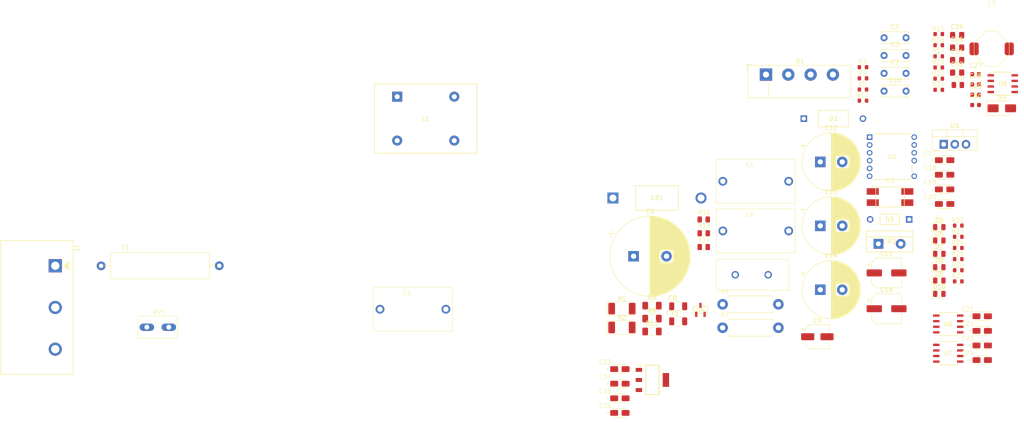
<source format=kicad_pcb>
(kicad_pcb (version 20240108) (generator "pcbnew") (generator_version "8.0")
  (layers (0 "F.Cu" signal) (31 "B.Cu" signal) (34 "B.Paste" user) (35 "F.Paste" user) (36 "B.SilkS" user "B.Silkscreen") (37 "F.SilkS" user "F.Silkscreen") (38 "B.Mask" user) (39 "F.Mask" user) (44 "Edge.Cuts" user))
  (net 0 "")
  (net 1 "Net-(C1-Pad1)")
  (net 2 "Net-(C1-Pad2)")
  (net 3 "GND1")
  (net 4 "Net-(D1-+)")
  (net 5 "Net-(C3-Pad1)")
  (net 6 "Net-(U1-F)")
  (net 7 "Net-(U1-C)")
  (net 8 "GND2")
  (net 9 "Net-(D2-K)")
  (net 10 "Net-(U3-K)")
  (net 11 "Net-(D4-K)")
  (net 12 "Net-(D5-K)")
  (net 13 "Net-(D2-A)")
  (net 14 "Net-(D6-K)")
  (net 15 "+9_1V")
  (net 16 "-9_1V")
  (net 17 "-9_2V")
  (net 18 "Net-(D9-K)")
  (net 19 "Net-(CR1-K)")
  (net 20 "Net-(CR1-A)")
  (net 21 "Net-(D1--)")
  (net 22 "Net-(U2-OUT1A)")
  (net 23 "Net-(D10-K)")
  (net 24 "Net-(F1-Pad1)")
  (net 25 "Net-(U1-X)")
  (net 26 "Net-(R4-Pad1)")
  (net 27 "Net-(U1-V)")
  (net 28 "Net-(C9-Pad1)")
  (net 29 "Net-(U4-A)")
  (net 30 "Net-(C10-Pad1)")
  (net 31 "Net-(C10-Pad2)")
  (net 32 "Net-(U2-OUT2B)")
  (net 33 "Net-(U3-C)")
  (net 34 "Net-(U4-VREF)")
  (net 35 "+12V")
  (net 36 "Net-(U6-CAP-)")
  (net 37 "Net-(U6-CAP+)")
  (net 38 "Net-(U7-CAP-)")
  (net 39 "Net-(U7-CAP+)")
  (net 40 "Net-(C27-Pad1)")
  (net 41 "Net-(U8-COMP)")
  (net 42 "Net-(U8-SS)")
  (net 43 "Net-(U8-BOOT)")
  (net 44 "+5V")
  (net 45 "+3.3V")
  (net 46 "Net-(D7-A)")
  (net 47 "Net-(D8-A)")
  (net 48 "Net-(R1-Pad1)")
  (net 49 "Net-(R2-Pad1)")
  (net 50 "Net-(R6-Pad2)")
  (net 51 "Net-(U3-A)")
  (net 52 "Net-(U8-EN)")
  (net 53 "Net-(R18-Pad1)")
  (net 54 "Net-(R19-Pad1)")
  (net 55 "Net-(U8-VSENSE)")
  (footprint "charge_battery_footprint_lib:LED_0805" (layer "F.Cu") (at 264.435 92.905)
    (property "Reference" "D10" (at 0 -1.65 0) (layer "F.SilkS"))
    (property "Value" "LED_0805")
    (pad "1" smd roundrect (at -0.9375 0) (size 0.975 1.4) (layers "F.Cu" "F.Paste" "F.Mask") (net 23 "Net-(D10-K)"))
    (pad "2" smd roundrect (at 0.9375 0) (size 0.975 1.4) (layers "F.Cu" "F.Paste" "F.Mask") (net 45 "+3.3V"))
  )
  (footprint "charge_battery_footprint_lib:Res_0805" (layer "F.Cu") (at 209.09 76.9538)
    (property "Reference" "R10" (at 1.8542 -2.5908 0) (layer "F.SilkS") (effects (font (thickness 0.1))))
    (property "Value" "6.8R/0805/5%" (hide yes))
    (pad "1" smd roundrect (at 0.787764 -0.989) (size 1.025 1.4) (layers "F.Cu" "F.Paste" "F.Mask") (roundrect_rratio 0.243902) (net 28 "Net-(C9-Pad1)"))
    (pad "2" smd roundrect (at 2.612764 -0.989) (size 1.025 1.4) (layers "F.Cu" "F.Paste" "F.Mask") (roundrect_rratio 0.243902) (net 7 "Net-(U1-C)"))
  )
  (footprint "charge_battery_footprint_lib:Candy_Cap_hole_100nF_275V" (layer "F.Cu") (at 213.67 83.5636)
    (property "Reference" "C6" (at 7.62 -8.7122 0) (layer "F.SilkS") (effects (font (thickness 0.1))))
    (property "Value" "33nF/630VDC")
    (pad "1" thru_hole circle (at 1.4738 -4.9962) (size 2 2) (drill 1.2) (layers "*.Cu" "*.Mask") (net 9 "Net-(D2-K)"))
    (pad "2" thru_hole circle (at 16.4736 -4.9962) (size 2 2) (drill 1.2) (layers "*.Cu" "*.Mask") (net 13 "Net-(D2-A)"))
  )
  (footprint "Capacitor_SMD:CP_Elec_6.3x5.4" (layer "F.Cu") (at 252.425 88.13)
    (property "Reference" "C11" (at 0 -4.35 0) (layer "F.SilkS"))
    (property "Value" "10uF/50V")
    (pad "1" smd roundrect (at -2.8 0) (size 3.5 1.6) (layers "F.Cu" "F.Paste" "F.Mask") (roundrect_rratio 0.15625) (net 33 "Net-(U3-C)"))
    (pad "2" smd roundrect (at 2.8 0) (size 3.5 1.6) (layers "F.Cu" "F.Paste" "F.Mask") (roundrect_rratio 0.15625) (net 32 "Net-(U2-OUT2B)"))
  )
  (footprint "charge_battery_footprint_lib:Res_1206" (layer "F.Cu") (at 199.015 98.525)
    (property "Reference" "R9" (at 0 -1.82 0) (layer "F.SilkS"))
    (property "Value" "22R/1206/1%")
    (pad "1" smd roundrect (at -1.55 0) (size 1.3 1.75) (layers "F.Cu" "F.Paste" "F.Mask") (roundrect_rratio 0.192308) (net 22 "Net-(U2-OUT1A)"))
    (pad "2" smd roundrect (at 1.55 0) (size 1.3 1.75) (layers "F.Cu" "F.Paste" "F.Mask") (roundrect_rratio 0.192308) (net 30 "Net-(C10-Pad1)"))
  )
  (footprint "charge_battery_footprint_lib:SOIC-8" (layer "F.Cu") (at 278.8746 45.0471)
    (property "Reference" "U8" (at 0 0 0) (layer "F.SilkS"))
    (property "Value" "TPS54331DR")
    (pad "1" smd rect (at -2.72415 -1.905) (size 1.4605 0.5334) (layers "F.Cu" "F.Paste" "F.Mask") (net 43 "Net-(U8-BOOT)"))
    (pad "2" smd rect (at -2.72415 -0.635) (size 1.4605 0.5334) (layers "F.Cu" "F.Paste" "F.Mask") (net 35 "+12V"))
    (pad "3" smd rect (at -2.72415 0.635) (size 1.4605 0.5334) (layers "F.Cu" "F.Paste" "F.Mask") (net 52 "Net-(U8-EN)"))
    (pad "4" smd rect (at -2.72415 1.905) (size 1.4605 0.5334) (layers "F.Cu" "F.Paste" "F.Mask") (net 42 "Net-(U8-SS)"))
    (pad "5" smd rect (at 2.72415 1.905) (size 1.4605 0.5334) (layers "F.Cu" "F.Paste" "F.Mask") (net 55 "Net-(U8-VSENSE)"))
    (pad "6" smd rect (at 2.72415 0.635) (size 1.4605 0.5334) (layers "F.Cu" "F.Paste" "F.Mask") (net 41 "Net-(U8-COMP)"))
    (pad "7" smd rect (at 2.72415 -0.635) (size 1.4605 0.5334) (layers "F.Cu" "F.Paste" "F.Mask") (net 8 "GND2"))
    (pad "8" smd rect (at 2.72415 -1.905) (size 1.4605 0.5334) (layers "F.Cu" "F.Paste" "F.Mask") (net 11 "Net-(D4-K)"))
  )
  (footprint "charge_battery_footprint_lib:Tan_Cap_A" (layer "F.Cu") (at 263.34 63.46)
    (property "Reference" "C17" (at -1.016 -2.6162 0) (layer "F.SilkS") (effects (font (thickness 0.1))))
    (property "Value" "10uF/16V")
    (pad "1" smd roundrect (at 1 -1) (size 1.81 1.32) (layers "F.Cu" "F.Paste" "F.Mask") (roundrect_rratio 0.17) (net 35 "+12V"))
    (pad "2" smd roundrect (at 3.6 -1) (size 1.81 1.32) (layers "F.Cu" "F.Paste" "F.Mask") (roundrect_rratio 0.17) (net 8 "GND2"))
  )
  (footprint "charge_battery_footprint_lib:Ceramic_Cap_0603" (layer "F.Cu") (at 272.6966 42.8846)
    (property "Reference" "C27" (at 0 -1.9558 0) (layer "F.SilkS"))
    (property "Value" "4.7nF/50V")
    (pad "1" smd roundrect (at -0.775 0) (size 0.9 0.95) (layers "F.Cu" "F.Paste" "F.Mask") (net 40 "Net-(C27-Pad1)"))
    (pad "2" smd roundrect (at 0.775 0) (size 0.9 0.95) (layers "F.Cu" "F.Paste" "F.Mask") (net 41 "Net-(U8-COMP)"))
  )
  (footprint "charge_battery_footprint_lib:Res_0603" (layer "F.Cu") (at 267.39 80.5142)
    (property "Reference" "R23" (at 1.24 -1.8646 0) (layer "F.SilkS") (effects (font (thickness 0.1))))
    (property "Value" "10K/1%/1_10W" (hide yes))
    (pad "1" smd roundrect (at 0.5338 -0.6096) (size 0.8 0.95) (layers "F.Cu" "F.Paste" "F.Mask") (net 14 "Net-(D6-K)"))
    (pad "2" smd roundrect (at 2.1838 -0.6096) (size 0.8 0.95) (layers "F.Cu" "F.Paste" "F.Mask") (net 8 "GND2"))
  )
  (footprint "Capacitor_SMD:CP_Elec_6.3x5.4" (layer "F.Cu") (at 252.425 96.28)
    (property "Reference" "C16" (at 0 -4.35 0) (layer "F.SilkS"))
    (property "Value" "100uF/16V")
    (pad "1" smd roundrect (at -2.8 0) (size 3.5 1.6) (layers "F.Cu" "F.Paste" "F.Mask") (roundrect_rratio 0.15625) (net 35 "+12V"))
    (pad "2" smd roundrect (at 2.8 0) (size 3.5 1.6) (layers "F.Cu" "F.Paste" "F.Mask") (roundrect_rratio 0.15625) (net 8 "GND2"))
  )
  (footprint "charge_battery_footprint_lib:Ceramic_Cap_Hole_5mm" (layer "F.Cu") (at 251.855 38.64)
    (property "Reference" "C3" (at 2.5 -2.5 0) (layer "F.SilkS"))
    (property "Value" "1nF/2000V")
    (pad "1" thru_hole circle (at 0 0) (size 1.6 1.6) (drill 0.8) (layers "*.Cu" "*.Mask") (net 5 "Net-(C3-Pad1)"))
    (pad "2" thru_hole circle (at 5 0) (size 1.6 1.6) (drill 0.8) (layers "*.Cu" "*.Mask") (net 3 "GND1"))
  )
  (footprint "charge_battery_footprint_lib:Res_0603" (layer "F.Cu") (at 262.94 44.513)
    (property "Reference" "R20" (at 1.24 -1.8646 0) (layer "F.SilkS") (effects (font (thickness 0.1))))
    (property "Value" "49.9K/1%/1_10W" (hide yes))
    (pad "1" smd roundrect (at 0.5338 -0.6096) (size 0.8 0.95) (layers "F.Cu" "F.Paste" "F.Mask") (net 55 "Net-(U8-VSENSE)"))
    (pad "2" smd roundrect (at 2.1838 -0.6096) (size 0.8 0.95) (layers "F.Cu" "F.Paste" "F.Mask") (net 54 "Net-(R19-Pad1)"))
  )
  (footprint "charge_battery_footprint_lib:CP_Radial_D18.0mm_P7.50mm" (layer "F.Cu") (at 194.81944 84.34)
    (property "Reference" "C5" (at 3.75 -10.25 0) (layer "F.SilkS"))
    (property "Value" "100uF/400V")
    (pad "1" thru_hole rect (at 0 0) (size 2.4 2.4) (drill 1.2) (layers "*.Cu" "*.Mask") (net 13 "Net-(D2-A)"))
    (pad "2" thru_hole circle (at 7.5 0) (size 2.4 2.4) (drill 1.2) (layers "*.Cu" "*.Mask") (net 6 "Net-(U1-F)"))
  )
  (footprint "charge_battery_footprint_lib:DO-204AC-2" (layer "F.Cu") (at 233.579 53.0078)
    (property "Reference" "D2" (at 6.731 0 0) (layer "F.SilkS"))
    (property "Value" "P6KE160A-E3/54" (hide yes))
    (pad "1" thru_hole rect (at 0 0) (size 1.5 1.5) (drill 0.9) (layers "*.Cu" "*.Mask") (net 9 "Net-(D2-K)"))
    (pad "2" thru_hole circle (at 13.462 0) (size 1.5 1.5) (drill 0.9) (layers "*.Cu" "*.Mask") (net 13 "Net-(D2-A)"))
  )
  (footprint "charge_battery_footprint_lib:Res_0603" (layer "F.Cu") (at 262.94 36.8942)
    (property "Reference" "R16" (at 1.24 -1.8646 0) (layer "F.SilkS") (effects (font (thickness 0.1))))
    (property "Value" "20K/1%/1_10W" (hide yes))
    (pad "1" smd roundrect (at 0.5338 -0.6096) (size 0.8 0.95) (layers "F.Cu" "F.Paste" "F.Mask") (net 8 "GND2"))
    (pad "2" smd roundrect (at 2.1838 -0.6096) (size 0.8 0.95) (layers "F.Cu" "F.Paste" "F.Mask") (net 52 "Net-(U8-EN)"))
  )
  (footprint "charge_battery_footprint_lib:Ceramic_Cap_1206" (layer "F.Cu") (at 202.74 96.7902)
    (property "Reference" "C8" (at 0.9144 -2.9718 0) (layer "F.SilkS"))
    (property "Value" "100nF/50V")
    (pad "1" smd roundrect (at 0.762 -1.0668) (size 1.15 1.8) (layers "F.Cu" "F.Paste" "F.Mask") (roundrect_rratio 0.217391) (net 6 "Net-(U1-F)"))
    (pad "2" smd roundrect (at 3.712 -1.0668) (size 1.15 1.8) (layers "F.Cu" "F.Paste" "F.Mask") (roundrect_rratio 0.217391) (net 7 "Net-(U1-C)"))
  )
  (footprint "charge_battery_footprint_lib:D_SMA" (layer "F.Cu") (at 278.66 50.65)
    (property "Reference" "D4" (at 0 -2.5 0) (layer "F.SilkS"))
    (property "Value" "SS54")
    (pad "1" smd roundrect (at 2 0) (size 2.5 1.8) (layers "F.Cu" "F.Paste" "F.Mask") (roundrect_rratio 0.1388888889) (net 8 "GND2"))
    (pad "2" smd roundrect (at -2 0) (size 2.5 1.8) (layers "F.Cu" "F.Paste" "F.Mask") (roundrect_rratio 0.1388888889) (net 11 "Net-(D4-K)"))
  )
  (footprint "charge_battery_footprint_lib:Tan_Cap_A" (layer "F.Cu") (at 189.4 121.005)
    (property "Reference" "C36" (at -1.016 -2.6162 0) (layer "F.SilkS") (effects (font (thickness 0.1))))
    (property "Value" "1uF/16V")
    (pad "1" smd roundrect (at 1 -1) (size 1.81 1.32) (layers "F.Cu" "F.Paste" "F.Mask") (roundrect_rratio 0.17) (net 45 "+3.3V"))
    (pad "2" smd roundrect (at 3.6 -1) (size 1.81 1.32) (layers "F.Cu" "F.Paste" "F.Mask") (roundrect_rratio 0.17) (net 8 "GND2"))
  )
  (footprint "charge_battery_footprint_lib:Res_0603" (layer "F.Cu") (at 245.69 41.9046)
    (property "Reference" "R3" (at 1.24 -1.8646 0) (layer "F.SilkS") (effects (font (thickness 0.1))))
    (property "Value" "9.76K/1%/1_10W" (hide yes))
    (pad "1" smd roundrect (at 0.5338 -0.6096) (size 0.8 0.95) (layers "F.Cu" "F.Paste" "F.Mask") (net 25 "Net-(U1-X)"))
    (pad "2" smd roundrect (at 2.1838 -0.6096) (size 0.8 0.95) (layers "F.Cu" "F.Paste" "F.Mask") (net 49 "Net-(R2-Pad1)"))
  )
  (footprint "charge_battery_footprint_lib:TO-220-2_MCH" (layer "F.Cu") (at 250.5591 81.5046)
    (property "Reference" "CR2" (at 2.54 -0.5461 0) (layer "F.SilkS"))
    (property "Value" "MBR1060-E3/45")
    (pad "1" thru_hole rect (at 0 0) (size 2.2352 2.2352) (drill 1.1176) (layers "*.Cu" "*.Mask") (net 31 "Net-(C10-Pad2)"))
    (pad "2" thru_hole circle (at 5.08 0) (size 2.2352 2.2352) (drill 1.1176) (layers "*.Cu" "*.Mask") (net 22 "Net-(U2-OUT1A)"))
  )
  (footprint "charge_battery_footprint_lib:SOIC-8" (layer "F.Cu") (at 266.4746 106.4213)
    (property "Reference" "U7" (at 0 0 0) (layer "F.SilkS"))
    (property "Value" "ICL7662CBA")
    (pad "1" smd rect (at -2.72415 -1.905) (size 1.4605 0.5334) (layers "F.Cu" "F.Paste" "F.Mask"))
    (pad "2" smd rect (at -2.72415 -0.635) (size 1.4605 0.5334) (layers "F.Cu" "F.Paste" "F.Mask") (net 39 "Net-(U7-CAP+)"))
    (pad "3" smd rect (at -2.72415 0.635) (size 1.4605 0.5334) (layers "F.Cu" "F.Paste" "F.Mask") (net 8 "GND2"))
    (pad "4" smd rect (at -2.72415 1.905) (size 1.4605 0.5334) (layers "F.Cu" "F.Paste" "F.Mask") (net 38 "Net-(U7-CAP-)"))
    (pad "5" smd rect (at 2.72415 1.905) (size 1.4605 0.5334) (layers "F.Cu" "F.Paste" "F.Mask") (net 17 "-9_2V"))
    (pad "6" smd rect (at 2.72415 0.635) (size 1.4605 0.5334) (layers "F.Cu" "F.Paste" "F.Mask") (net 8 "GND2"))
    (pad "7" smd rect (at 2.72415 -0.635) (size 1.4605 0.5334) (layers "F.Cu" "F.Paste" "F.Mask"))
    (pad "8" smd rect (at 2.72415 -1.905) (size 1.4605 0.5334) (layers "F.Cu" "F.Paste" "F.Mask") (net 15 "+9_1V"))
  )
  (footprint "charge_battery_footprint_lib:DO-204AH" (layer "F.Cu") (at 257.57966 75.950155)
    (property "Reference" "D3" (at -4.45008 0 0) (layer "F.SilkS"))
    (property "Value" "1N914" (hide yes))
    (pad "1" thru_hole circle (at -8.90016 0) (size 1.4986 1.4986) (drill 0.889) (layers "*.Cu" "*.Mask"))
    (pad "2" thru_hole rect (at 0 0) (size 1.4986 1.4986) (drill 0.889) (layers "*.Cu" "*.Mask"))
  )
  (footprint "charge_battery_footprint_lib:LED_0805" (layer "F.Cu") (at 264.435 80.745)
    (property "Reference" "D6" (at 0 -1.65 0) (layer "F.SilkS"))
    (property "Value" "LED_0805")
    (pad "1" smd roundrect (at -0.9375 0) (size 0.975 1.4) (layers "F.Cu" "F.Paste" "F.Mask") (net 14 "Net-(D6-K)"))
    (pad "2" smd roundrect (at 0.9375 0) (size 0.975 1.4) (layers "F.Cu" "F.Paste" "F.Mask") (net 15 "+9_1V"))
  )
  (footprint "charge_battery_footprint_lib:Res_0603" (layer "F.Cu") (at 262.94 47.0526)
    (property "Reference" "R21" (at 1.24 -1.8646 0) (layer "F.SilkS") (effects (font (thickness 0.1))))
    (property "Value" "10K/1%/1_10W" (hide yes))
    (pad "1" smd roundrect (at 0.5338 -0.6096) (size 0.8 0.95) (layers "F.Cu" "F.Paste" "F.Mask") (net 8 "GND2"))
    (pad "2" smd roundrect (at 2.1838 -0.6096) (size 0.8 0.95) (layers "F.Cu" "F.Paste" "F.Mask") (net 55 "Net-(U8-VSENSE)"))
  )
  (footprint "charge_battery_footprint_lib:Tan_Cap_A" (layer "F.Cu") (at 189.4 111.03)
    (property "Reference" "C33" (at -1.016 -2.6162 0) (layer "F.SilkS") (effects (font (thickness 0.1))))
    (property "Value" "10uF/16V")
    (pad "1" smd roundrect (at 1 -1) (size 1.81 1.32) (layers "F.Cu" "F.Paste" "F.Mask") (roundrect_rratio 0.17) (net 44 "+5V"))
    (pad "2" smd roundrect (at 3.6 -1) (size 1.81 1.32) (layers "F.Cu" "F.Paste" "F.Mask") (roundrect_rratio 0.17) (net 8 "GND2"))
  )
  (footprint "charge_battery_footprint_lib:Ceramic_Cap_0603" (layer "F.Cu") (at 272.6966 49.9022)
    (property "Reference" "C30" (at 0 -1.9558 0) (layer "F.SilkS"))
    (property "Value" "100nF/16V")
    (pad "1" smd roundrect (at -0.775 0) (size 0.9 0.95) (layers "F.Cu" "F.Paste" "F.Mask") (net 43 "Net-(U8-BOOT)"))
    (pad "2" smd roundrect (at 0.775 0) (size 0.9 0.95) (layers "F.Cu" "F.Paste" "F.Mask") (net 11 "Net-(D4-K)"))
  )
  (footprint "charge_battery_footprint_lib:Res_0603" (layer "F.Cu") (at 267.39 83.0538)
    (property "Reference" "R24" (at 1.24 -1.8646 0) (layer "F.SilkS") (effects (font (thickness 0.1))))
    (property "Value" "10K/1%/1_10W" (hide yes))
    (pad "1" smd roundrect (at 0.5338 -0.6096) (size 0.8 0.95) (layers "F.Cu" "F.Paste" "F.Mask") (net 46 "Net-(D7-A)"))
    (pad "2" smd roundrect (at 2.1838 -0.6096) (size 0.8 0.95) (layers "F.Cu" "F.Paste" "F.Mask") (net 8 "GND2"))
  )
  (footprint "charge_battery_footprint_lib:Tan_Cap_A" (layer "F.Cu") (at 263.34 73.435)
    (property "Reference" "C20" (at -1.016 -2.6162 0) (layer "F.SilkS") (effects (font (thickness 0.1))))
    (property "Value" "10uF/16V")
    (pad "1" smd roundrect (at 1 -1) (size 1.81 1.32) (layers "F.Cu" "F.Paste" "F.Mask") (roundrect_rratio 0.17) (net 15 "+9_1V"))
    (pad "2" smd roundrect (at 3.6 -1) (size 1.81 1.32) (layers "F.Cu" "F.Paste" "F.Mask") (roundrect_rratio 0.17) (net 8 "GND2"))
  )
  (footprint "charge_battery_footprint_lib:Res_0603" (layer "F.Cu") (at 245.69 49.5234)
    (property "Reference" "R12" (at 1.24 -1.8646 0) (layer "F.SilkS") (effects (font (thickness 0.1))))
    (property "Value" "1K/1%/1_10W" (hide yes))
    (pad "1" smd roundrect (at 0.5338 -0.6096) (size 0.8 0.95) (layers "F.Cu" "F.Paste" "F.Mask") (net 10 "Net-(U3-K)"))
    (pad "2" smd roundrect (at 2.1838 -0.6096) (size 0.8 0.95) (layers "F.Cu" "F.Paste" "F.Mask") (net 51 "Net-(U3-A)"))
  )
  (footprint "Capacitor_SMD:CP_Elec_5x5.4" (layer "F.Cu") (at 236.665 102.66)
    (property "Reference" "C9" (at 0 -3.7 0) (layer "F.SilkS"))
    (property "Value" "47uF/16V")
    (pad "1" smd roundrect (at -2.2 0) (size 3 1.6) (layers "F.Cu" "F.Paste" "F.Mask") (roundrect_rratio 0.15625) (net 28 "Net-(C9-Pad1)"))
    (pad "2" smd roundrect (at 2.2 0) (size 3 1.6) (layers "F.Cu" "F.Paste" "F.Mask") (roundrect_rratio 0.15625) (net 6 "Net-(U1-F)"))
  )
  (footprint "charge_battery_footprint_lib:DO-201AD-2" (layer "F.Cu") (at 190.1216 71.0722)
    (property "Reference" "CR1" (at 10.03 0 0) (layer "F.SilkS"))
    (property "Value" "RGP25M-E3/54" (hide yes))
    (pad "1" thru_hole rect (at 0 0) (size 2.5 2.5) (drill 1.6) (layers "*.Cu" "*.Mask") (net 19 "Net-(CR1-K)"))
    (pad "2" thru_hole circle (at 20.06 0) (size 2.5 2.5) (drill 1.6) (layers "*.Cu" "*.Mask") (net 20 "Net-(CR1-A)"))
  )
  (footprint "charge_battery_footprint_lib:Ceramic_Cap_0603" (layer "F.Cu") (at 272.6966 47.563)
    (property "Reference" "C29" (at 0 -1.9558 0) (layer "F.SilkS"))
    (property "Value" "10nF/50V")
    (pad "1" smd roundrect (at -0.775 0) (size 0.9 0.95) (layers "F.Cu" "F.Paste" "F.Mask") (net 8 "GND2"))
    (pad "2" smd roundrect (at 0.775 0) (size 0.9 0.95) (layers "F.Cu" "F.Paste" "F.Mask") (net 42 "Net-(U8-SS)"))
  )
  (footprint "charge_battery_footprint_lib:Ceramic_Cap_0805" (layer "F.Cu") (at 268.4776 39.7338)
    (property "Reference" "C31" (at 0 -1.9558 0) (layer "F.SilkS"))
    (property "Value" "47uF/6.3V")
    (pad "1" smd roundrect (at -1.0215 -0.0508) (size 1.175 1.45) (layers "F.Cu" "F.Paste" "F.Mask") (roundrect_rratio 0.212766) (net 8 "GND2"))
    (pad "2" smd roundrect (at 1.0535 -0.0508) (size 1.175 1.45) (layers "F.Cu" "F.Paste" "F.Mask") (roundrect_rratio 0.212766) (net 44 "+5V"))
  )
  (footprint "charge_battery_footprint_lib:Res_0805" (layer "F.Cu") (at 209.09 80.0926)
    (property "Reference" "R13" (at 1.8542 -2.5908 0) (layer "F.SilkS") (effects (font (thickness 0.1))))
    (property "Value" "47.5K/1%" (hide yes))
    (pad "1" smd roundrect (at 0.787764 -0.989) (size 1.025 1.4) (layers "F.Cu" "F.Paste" "F.Mask") (roundrect_rratio 0.243902) (net 34 "Net-(U4-VREF)"))
    (pad "2" smd roundrect (at 2.612764 -0.989) (size 1.025 1.4) (layers "F.Cu" "F.Paste" "F.Mask") (roundrect_rratio 0.243902) (net 35 "+12V"))
  )
  (footprint "charge_battery_footprint_lib:Res_Hole_2W" (layer "F.Cu") (at 213.67 97.2876)
    (property "Reference" "R6" (at 1.905 -4.826 0) (layer "F.SilkS") (effects (font (thickness 0.1))))
    (property "Value" "56K/2W/5%" (hide yes))
    (pad "1" thru_hole circle (at 1.4224 -2.0076) (size 2.4 2.4) (drill 1.2) (layers "*.Cu" "*.Mask") (net 13 "Net-(D2-A)"))
    (pad "2" thru_hole oval (at 14.1224 -2.0076) (size 2.4 2.4) (drill 1.2) (layers "*.Cu" "*.Mask") (net 50 "Net-(R6-Pad2)"))
  )
  (footprint "charge_battery_footprint_lib:LED_0805" (layer "F.Cu") (at 264.435 89.865)
    (property "Reference" "D9" (at 0 -1.65 0) (layer "F.SilkS"))
    (property "Value" "LED_0805")
    (pad "1" smd roundrect (at -0.9375 0) (size 0.975 1.4) (layers "F.Cu" "F.Paste" "F.Mask") (net 18 "Net-(D9-K)"))
    (pad "2" smd roundrect (at 0.9375 0) (size 0.975 1.4) (layers "F.Cu" "F.Paste" "F.Mask") (net 44 "+5V"))
  )
  (footprint "charge_battery_footprint_lib:Ceramic_Cap_Hole_5mm" (layer "F.Cu") (at 251.855 42.69)
    (property "Reference" "C7" (at 2.5 -2.5 0) (layer "F.SilkS"))
    (property "Value" "0.68nF/250VAC")
    (pad "1" thru_hole circle (at 0 0) (size 1.6 1.6) (drill 0.8) (layers "*.Cu" "*.Mask") (net 13 "Net-(D2-A)"))
    (pad "2" thru_hole circle (at 5 0) (size 1.6 1.6) (drill 0.8) (layers "*.Cu" "*.Mask") (net 8 "GND2"))
  )
  (footprint "charge_battery_footprint_lib:Ceramic_Cap_0805" (layer "F.Cu") (at 268.4776 36.8866)
    (property "Reference" "C26" (at 0 -1.9558 0) (layer "F.SilkS"))
    (property "Value" "10nF/50V")
    (pad "1" smd roundrect (at -1.0215 -0.0508) (size 1.175 1.45) (layers "F.Cu" "F.Paste" "F.Mask") (roundrect_rratio 0.212766) (net 35 "+12V"))
    (pad "2" smd roundrect (at 1.0535 -0.0508) (size 1.175 1.45) (layers "F.Cu" "F.Paste" "F.Mask") (roundrect_rratio 0.212766) (net 8 "GND2"))
  )
  (footprint "charge_battery_footprint_lib:Tan_Cap_A" (layer "F.Cu") (at 271.9 108.975)
    (property "Reference" "C24" (at -1.016 -2.6162 0) (layer "F.SilkS") (effects (font (thickness 0.1))))
    (property "Value" "10uF/16V")
    (pad "1" smd roundrect (at 1 -1) (size 1.81 1.32) (layers "F.Cu" "F.Paste" "F.Mask") (roundrect_rratio 0.17) (net 8 "GND2"))
    (pad "2" smd roundrect (at 3.6 -1) (size 1.81 1.32) (layers "F.Cu" "F.Paste" "F.Mask") (roundrect_rratio 0.17) (net 17 "-9_2V"))
  )
  (footprint "charge_battery_footprint_lib:Res_0603" (layer "F.Cu") (at 267.39 88.133)
    (property "Reference" "R26" (at 1.24 -1.8646 0) (layer "F.SilkS") (effects (font (thickness 0.1))))
    (property "Value" "1K/1%/1_10W" (hide yes))
    (pad "1" smd roundrect (at 0.5338 -0.6096) (size 0.8 0.95) (layers "F.Cu" "F.Paste" "F.Mask") (net 18 "Net-(D9-K)"))
    (pad "2" smd roundrect (at 2.1838 -0.6096) (size 0.8 0.95) (layers "F.Cu" "F.Paste" "F.Mask") (net 8 "GND2"))
  )
  (footprint "charge_battery_footprint_lib:PC817X2NIPW" (layer "F.Cu") (at 253.245 70.96)
    (property "Reference" "U3" (at 0.02 -3.98 0) (layer "F.SilkS") (effects (font (thickness 0.1))))
    (property "Value" "PC817X2NIPW" (hide yes))
    (pad "1" smd rect (at -3.965 -1.37) (size 2.75 1.5) (layers "F.Cu" "F.Paste" "F.Mask") (net 51 "Net-(U3-A)"))
    (pad "2" smd rect (at -3.965 1.17) (size 2.75 1.5) (layers "F.Cu" "F.Paste" "F.Mask") (net 10 "Net-(U3-K)"))
    (pad "3" smd rect (at 3.905 1.17) (size 2.75 1.5) (layers "F.Cu" "F.Paste" "F.Mask") (net 7 "Net-(U1-C)"))
    (pad "4" smd rect (at 3.905 -1.37) (size 2.75 1.5) (layers "F.Cu" "F.Paste" "F.Mask") (net 33 "Net-(U3-C)"))
  )
  (footprint "charge_battery_footprint_lib:Tan_Cap_A" (layer "F.Cu") (at 271.9 105.65)
    (property "Reference" "C23" (at -1.016 -2.6162 0) (layer "F.SilkS") (effects (font (thickness 0.1))))
    (property "Value" "10uF/16V")
    (pad "1" smd roundrect (at 1 -1) (size 1.81 1.32) (layers "F.Cu" "F.Paste" "F.Mask") (roundrect_rratio 0.17) (net 8 "GND2"))
    (pad "2" smd roundrect (at 3.6 -1) (size 1.81 1.32) (layers "F.Cu" "F.Paste" "F.Mask") (roundrect_rratio 0.17) (net 16 "-9_1V"))
  )
  (footprint "charge_battery_footprint_lib:Res_1206" (layer "F.Cu") (at 199.015 101.465)
    (property "Reference" "R11" (at 0 -1.82 0) (layer "F.SilkS"))
    (property "Value" "4990R/1%")
    (pad "1" smd roundrect (at -1.55 0) (size 1.3 1.75) (layers "F.Cu" "F.Paste" "F.Mask") (roundrect_rratio 0.192308) (net 51 "Net-(U3-A)"))
    (pad "2" smd roundrect (at 1.55 0) (size 1.3 1.75) (layers "F.Cu" "F.Paste" "F.Mask") (roundrect_rratio 0.192308) (net 31 "Net-(C10-Pad2)"))
  )
  (footprint "charge_battery_footprint_lib:LED_0805" (layer "F.Cu") (at 264.435 77.705)
    (property "Reference" "D5" (at 0 -1.65 0) (layer "F.SilkS"))
    (property "Value" "LED_0805")
    (pad "1" smd roundrect (at -0.9375 0) (size 0.975 1.4) (layers "F.Cu" "F.Paste" "F.Mask") (net 12 "Net-(D5-K)"))
    (pad "2" smd roundrect (at 0.9375 0) (size 0.975 1.4) (layers "F.Cu" "F.Paste" "F.Mask") (net 35 "+12V"))
  )
  (footprint "charge_battery_footprint_lib:Res_0603" (layer "F.Cu") (at 267.39 85.5934)
    (property "Reference" "R25" (at 1.24 -1.8646 0) (layer "F.SilkS") (effects (font (thickness 0.1))))
    (property "Value" "10K/1%/1_10W" (hide yes))
    (pad "1" smd roundrect (at 0.5338 -0.6096) (size 0.8 0.95) (layers "F.Cu" "F.Paste" "F.Mask") (net 47 "Net-(D8-A)"))
    (pad "2" smd roundrect (at 2.1838 -0.6096) (size 0.8 0.95) (layers "F.Cu" "F.Paste" "F.Mask") (net 8 "GND2"))
  )
  (footprint "charge_battery_footprint_lib:Ceramic_Cap_0603" (layer "F.Cu") (at 272.6966 45.2238)
    (property "Reference" "C28" (at 0 -1.9558 0) (layer "F.SilkS"))
    (property "Value" "39pF/50V")
    (pad "1" smd roundrect (at -0.775 0) (size 0.9 0.95) (layers "F.Cu" "F.Paste" "F.Mask") (net 8 "GND2"))
    (pad "2" smd roundrect (at 0.775 0) (size 0.9 0.95) (layers "F.Cu" "F.Paste" "F.Mask") (net 41 "Net-(U8-COMP)"))
  )
  (footprint "charge_battery_footprint_lib:Res_0603" (layer "F.Cu") (at 245.69 44.4442)
    (property "Reference" "R4" (at 1.24 -1.8646 0) (layer "F.SilkS") (effects (font (thickness 0.1))))
    (property "Value" "2M/1%" (hide yes))
    (pad "1" smd roundrect (at 0.5338 -0.6096) (size 0.8 0.95) (layers "F.Cu" "F.Paste" "F.Mask") (net 26 "Net-(R4-Pad1)"))
    (pad "2" smd roundrect (at 2.1838 -0.6096) (size 0.8 0.95) (layers "F.Cu" "F.Paste" "F.Mask") (net 13 "Net-(D2-A)"))
  )
  (footprint "charge_battery_footprint_lib:SOT-223" (layer "F.Cu") (at 198.881991 112.485414)
    (property "Reference" "U9" (hide yes))
    (property "Value" "LD1117S33CTR_SOT223" (hide yes))
    (pad "1" smd rect (at -2.851991 -2.280412 90) (size 0.900001 1.45) (layers "F.Cu" "F.Paste" "F.Mask") (net 8 "GND2"))
    (pad "2" smd rect (at -2.851991 0.019588 90) (size 0.900001 1.45) (layers "F.Cu" "F.Paste" "F.Mask") (net 45 "+3.3V"))
    (pad "3" smd rect (at -2.851991 2.319588 90) (size 0.900001 1.45) (layers "F.Cu" "F.Paste" "F.Mask") (net 44 "+5V"))
    (pad "4" smd rect (at 3.298009 0.019588 90) (size 3.149999 1.45) (layers "F.Cu" "F.Paste" "F.Mask") (net 45 "+3.3V"))
  )
  (footprint "charge_battery_footprint_lib:TO-220-3" (layer "F.Cu") (at 265.425 58.85)
    (property "Reference" "U5" (at 2.54 -4.27 0) (layer "F.SilkS"))
    (property "Value" "L7809CV")
    (pad "1" thru_hole rect (at 0 0) (size 1.905 2) (drill 1.1) (layers "*.Cu" "*.Mask") (net 35 "+12V"))
    (pad "2" thru_hole oval (at 2.54 0) (size 1.905 2) (drill 1.1) (layers "*.Cu" "*.Mask") (net 8 "GND2"))
    (pad "3" thru_hole oval (at 5.08 0) (size 1.905 2) (drill 1.1) (layers "*.Cu" "*.Mask") (net 15 "+9_1V"))
  )
  (footprint "charge_battery_footprint_lib:Ceramic_Cap_Hole_5mm" (layer "F.Cu") (at 251.855 34.59)
    (property "Reference" "C2" (at 2.5 -2.5 0) (layer "F.SilkS"))
    (property "Value" "1nF/2000V")
    (pad "1" thru_hole circle (at 0 0) (size 1.6 1.6) (drill 0.8) (layers "*.Cu" "*.Mask") (net 4 "Net-(D1-+)"))
    (pad "2" thru_hole circle (at 5 0) (size 1.6 1.6) (drill 0.8) (layers "*.Cu" "*.Mask") (net 3 "GND1"))
  )
  (footprint "charge_battery_footprint_lib:Tan_Cap_A" (layer "F.Cu") (at 189.4 114.355)
    (property "Reference" "C34" (at -1.016 -2.6162 0) (layer "F.SilkS") (effects (font (thickness 0.1))))
    (property "Value" "1uF/16V")
    (pad "1" smd roundrect (at 1 -1) (size 1.81 1.32) (layers "F.Cu" "F.Paste" "F.Mask") (roundrect_rratio 0.17) (net 44 "+5V"))
    (pad "2" smd roundrect (at 3.6 -1) (size 1.81 1.32) (layers "F.Cu" "F.Paste" "F.Mask") (roundrect_rratio 0.17) (net 8 "GND2"))
  )
  (footprint "charge_battery_footprint_lib:MOV07D471K" (layer "F.Cu") (at 86.5 100.5)
    (property "Reference" "RV1" (at 0.39 -3.39 0) (layer "F.SilkS") (effects (font (thickness 0.1))))
    (property "Value" "470V")
    (pad "1" thru_hole oval (at -2.5 0) (size 3.3 1.65) (drill 1.1) (layers "*.Cu" "*.Mask") (net 1 "Net-(C1-Pad1)"))
    (pad "2" thru_hole oval (at 2.5 0) (size 3.3 1.65) (drill 1.1) (layers "*.Cu" "*.Mask") (net 2 "Net-(C1-Pad2)"))
  )
  (footprint "charge_battery_footprint_lib:Ceramic_Cap_Hole_5mm" (layer "F.Cu") (at 251.855 46.74)
    (property "Reference" "C10" (at 2.5 -2.5 0) (layer "F.SilkS"))
    (property "Value" "470pF/100V")
    (pad "1" thru_hole circle (at 0 0) (size 1.6 1.6) (drill 0.8) (layers "*.Cu" "*.Mask") (net 30 "Net-(C10-Pad1)"))
    (pad "2" thru_hole circle (at 5 0) (size 1.6 1.6) (drill 0.8) (layers "*.Cu" "*.Mask") (net 31 "Net-(C10-Pad2)"))
  )
  (footprint "Diode_THT:Diode_Bridge_Vishay_KBU" (layer "F.Cu") (at 224.97 42.975)
    (property "Reference" "D1" (at 7.8 -3.1 0) (layer "F.SilkS"))
    (property "Value" "KBU1010")
    (pad "1" thru_hole rect (at 0 0) (size 2.8 2.8) (drill 1.4) (layers "*.Cu" "*.Mask") (net 4 "Net-(D1-+)"))
    (pad "2" thru_hole circle (at 5.08 0) (size 2.8 2.8) (drill 1.4) (layers "*.Cu" "*.Mask") (net 6 "Net-(U1-F)"))
    (pad "3" thru_hole circle (at 10.16 0) (size 2.8 2.8) (drill 1.4) (layers "*.Cu" "*.Mask") (net 13 "Net-(D2-A)"))
    (pad "4" thru_hole circle (at 15.24 0) (size 2.8 2.8) (drill 1.4) (layers "*.Cu" "*.Mask") (net 21 "Net-(D1--)"))
  )
  (footprint "charge_battery_footprint_lib:Res_0603" (layer "F.Cu") (at 267.39 77.9746)
    (property "Reference" "R22" (at 1.24 -1.8646 0) (layer "F.SilkS") (effects (font (thickness 0.1))))
    (property "Value" "10K/1%/1_10W" (hide yes))
    (pad "1" smd roundrect (at 0.5338 -0.6096) (size 0.8 0.95) (layers "F.Cu" "F.Paste" "F.Mask") (net 12 "Net-(D5-K)"))
    (pad "2" smd roundrect (at 2.1838 -0.6096) (size 0.8 0.95) (layers "F.Cu" "F.Paste" "F.Mask") (net 8 "GND2"))
  )
  (footprint "charge_battery_footprint_lib:Res_Hole_2W" (layer "F.Cu") (at 213.67 102.6202)
    (property "Reference" "R7" (at 1.905 -4.826 0) (layer "F.SilkS") (effects (font (thickness 0.1))))
    (property "Value" "56K/2W/5%" (hide yes))
    (pad "1" thru_hole circle (at 1.4224 -2.0076) (size 2.4 2.4) (drill 1.2) (layers "*.Cu" "*.Mask") (net 50 "Net-(R6-Pad2)"))
    (pad "2" thru_hole oval (at 14.1224 -2.0076) (size 2.4 2.4) (drill 1.2) (layers "*.Cu" "*.Mask") (net 9 "Net-(D2-K)"))
  )
  (footprint "charge_battery_footprint_lib:Res_0603" (layer "F.Cu") (at 262.94 34.3546)
    (property "Reference" "R15" (at 1.24 -1.8646 0) (layer "F.SilkS") (effects (font (thickness 0.1))))
    (property "Value" "100K/1%/1_10W" (hide yes))
    (pad "1" smd roundrect (at 0.5338 -0.6096) (size 0.8 0.95) (layers "F.Cu" "F.Paste" "F.Mask") (net 52 "Net-(U8-EN)"))
    (pad "2" smd roundrect (at 2.1838 -0.6096) (size 0.8 0.95) (layers "F.Cu" "F.Paste" "F.Mask") (net 35 "+12V"))
  )
  (footprint "charge_battery_footprint_lib:Thermistor_NTC" (layer "F.Cu") (at 213.67 85.055)
    (property "Reference" "TH1" (hide yes))
    (property "Value" "1.3R")
    (pad "1" thru_hole circle (at 4.3 3.5) (size 1.7 1.7) (drill 1.05) (layers "*.Cu" "*.Mask") (net 5 "Net-(C3-Pad1)"))
    (pad "2" thru_hole circle (at 11.8 3.5) (size 1.7 1.7) (drill 1.05) (layers "*.Cu" "*.Mask") (net 21 "Net-(D1--)"))
  )
  (footprint "charge_battery_footprint_lib:Inductor_6.8u_4.4A" (layer "F.Cu") (at 276.34 37.255)
    (property "Reference" "L3" (at 0 -10.5 0) (layer "F.SilkS") (effects (font (thickness 0.1))))
    (property "Value" "6.8u/4.4A")
    (pad "1" smd roundrect (at 4.01 -0.14) (size 2.1 2.9) (layers "F.Cu" "F.Paste" "F.Mask") (net 11 "Net-(D4-K)"))
    (pad "2" smd roundrect (at -3.99 -0.14) (size 2.1 2.9) (layers "F.Cu" "F.Paste" "F.Mask") (net 44 "+5V"))
  )
  (footprint "charge_battery_footprint_lib:Tan_Cap_A" (layer "F.Cu") (at 189.4 117.68)
    (property "Reference" "C35" (at -1.016 -2.6162 0) (layer "F.SilkS") (effects (font (thickness 0.1))))
    (property "Value" "10uF/16V")
    (pad "1" smd roundrect (at 1 -1) (size 1.81 1.32) (layers "F.Cu" "F.Paste" "F.Mask") (roundrect_rratio 0.17) (net 45 "+3.3V"))
    (pad "2" smd roundrect (at 3.6 -1) (size 1.81 1.32) (layers "F.Cu" "F.Paste" "F.Mask") (roundrect_rratio 0.17) (net 8 "GND2"))
  )
  (footprint "Diode_SMD:D_2010_5025Metric_Pad1.52x2.65mm_HandSolder" (layer "F.Cu") (at 192.17 96.26)
    (property "Reference" "R1" (at 0 -2.28 0) (layer "F.SilkS"))
    (property "Value" "10.2M/1%")
    (pad "1" smd roundrect (at -2.3375 0) (size 1.525 2.65) (layers "F.Cu" "F.Paste" "F.Mask") (roundrect_rratio 0.163934) (net 48 "Net-(R1-Pad1)"))
    (pad "2" smd roundrect (at 2.3375 0) (size 1.525 2.65) (layers "F.Cu" "F.Paste" "F.Mask") (roundrect_rratio 0.163934) (net 13 "Net-(D2-A)"))
  )
  (footprint "charge_battery_footprint_lib:IND_SS11VL-R05350_KEM" (layer "F.Cu") (at 141 48)
    (property "Reference" "L1" (at 6.5 5 0) (layer "F.SilkS"))
    (property "Value" "SS11VL-R05350")
    (pad "1" thru_hole rect (at 0 0) (size 2.286 2.286) (drill 1.143) (layers "*.Cu" "*.Mask") (net 1 "Net-(C1-Pad1)"))
    (pad "2" thru_hole circle (at 0 10) (size 2.286 2.286) (drill 1.143) (layers "*.Cu" "*.Mask") (net 4 "Net-(D1-+)"))
    (pad "3" thru_hole circle (at 12.999999 0) (size 2.286 2.286) (drill 1.143) (layers "*.Cu" "*.Mask") (net 5 "Net-(C3-Pad1)"))
    (pad "4" thru_hole circle (at 12.999999 10) (size 2.286 2.286) (drill 1.143) (layers "*.Cu" "*.Mask") (net 2 "Net-(C1-Pad2)"))
  )
  (footprint "charge_battery_footprint_lib:Candy_Cap_hole_100nF_275V" (layer "F.Cu") (at 213.67 72.2674)
    (property "Reference" "C4" (at 7.62 -8.7122 0) (layer "F.SilkS") (effects (font (thickness 0.1))))
    (property "Value" "100nF/275V")
    (pad "1" thru_hole circle (at 1.4738 -4.9962) (size 2 2) (drill 1.2) (layers "*.Cu" "*.Mask") (net 4 "Net-(D1-+)"))
    (pad "2" thru_hole circle (at 16.4736 -4.9962) (size 2 2) (drill 1.2) (layers "*.Cu" "*.Mask") (net 5 "Net-(C3-Pad1)"))
  )
  (footprint "charge_battery_footprint_lib:Res_0603" (layer "F.Cu") (at 262.94 39.4338)
    (property "Reference" "R17" (at 1.24 -1.8646 0) (layer "F.SilkS") (effects (font (thickness 0.1))))
    (property "Value" "30K/1%/1_10W" (hide yes))
    (pad "1" smd roundrect (at 0.5338 -0.6096) (size 0.8 0.95) (layers "F.Cu" "F.Paste" "F.Mask") (net 8 "GND2"))
    (pad "2" smd roundrect (at 2.1838 -0.6096) (size 0.8 0.95) (layers "F.Cu" "F.Paste" "F.Mask") (net 40 "Net-(C27-Pad1)"))
  )
  (footprint "charge_battery_footprint_lib:Res_0603" (layer "F.Cu") (at 262.94 41.9734)
    (property "Reference" "R19" (at 1.24 -1.8646 0) (layer "F.SilkS") (effects (font (thickness 0.1))))
    (property "Value" "2.49K/1%/1_10W" (hide yes))
    (pad "1" smd roundrect (at 0.5338 -0.6096) (size 0.8 0.95) (layers "F.Cu" "F.Paste" "F.Mask") (net 54 "Net-(R19-Pad1)"))
    (pad "2" smd roundrect (at 2.1838 -0.6096) (size 0.8 0.95) (layers "F.Cu" "F.Paste" "F.Mask") (net 53 "Net-(R18-Pad1)"))
  )
  (footprint "Capacitor_THT:CP_Radial_D13.0mm_P5.00mm" (layer "F.Cu") (at 237.334569 62.86)
    (property "Reference" "C12" (at 2.5 -7.75 0) (layer "F.SilkS"))
    (property "Value" "1500uF/35V")
    (pad "1" thru_hole rect (at 0 0) (size 2.4 2.4) (drill 1.2) (layers "*.Cu" "*.Mask") (net 31 "Net-(C10-Pad2)"))
    (pad "2" thru_hole circle (at 5 0) (size 2.4 2.4) (drill 1.2) (layers "*.Cu" "*.Mask") (net 8 "GND2"))
  )
  (footprint "charge_battery_footprint_lib:Res_0805" (layer "F.Cu") (at 209.09 83.2314)
    (property "Reference" "R14" (at 1.8542 -2.5908 0) (layer "F.SilkS") (effects (font (thickness 0.1))))
    (property "Value" "12.4K/1%" (hide yes))
    (pad "1" smd roundrect (at 0.787764 -0.989) (size 1.025 1.4) (layers "F.Cu" "F.Paste" "F.Mask") (roundrect_rratio 0.243902) (net 29 "Net-(U4-A)"))
    (pad "2" smd roundrect (at 2.612764 -0.989) (size 1.025 1.4) (layers "F.Cu" "F.Paste" "F.Mask") (roundrect_rratio 0.243902) (net 34 "Net-(U4-VREF)"))
  )
  (footprint "charge_battery_footprint_lib:Res_0603" (layer "F.Cu") (at 245.69 46.9838)
    (property "Reference" "R5" (at 1.24 -1.8646 0) (layer "F.SilkS") (effects (font (thickness 0.1))))
    (property "Value" "2M/1%" (hide yes))
    (pad "1" smd roundrect (at 0.5338 -0.6096) (size 0.8 0.95) (layers "F.Cu" "F.Paste" "F.Mask") (net 27 "Net-(U1-V)"))
    (pad "2" smd roundrect (at 2.1838 -0.6096) (size 0.8 0.95) (layers "F.Cu" "F.Paste" "F.Mask") (net 26 "Net-(R4-Pad1)"))
  )
  (footprint "charge_battery_footprint_lib:FUSAD2722W65L2250D600" (layer "F.Cu") (at 87 86.5)
    (property "Reference" "F1" (at -7.825 -4.135 0) (layer "F.SilkS"))
    (property "Value" "250VAC/2.5A")
    (pad "1" thru_hole circle (at -13.4112 0.0254) (size 2 2) (drill 1) (layers "*.Cu" "*.Mask") (net 24 "Net-(F1-Pad1)"))
    (pad "2" thru_hole circle (at 13.4874 0) (size 2 2) (drill 1) (layers "*.Cu" "*.Mask") (net 2 "Net-(C1-Pad2)"))
  )
  (footprint "charge_battery_footprint_lib:LED_0805" (layer "F.Cu") (at 264.435 83.785)
    (property "Reference" "D7" (at 0 -1.65 0) (layer "F.SilkS"))
    (property "Value" "LED_0805")
    (pad "1" smd roundrect (at -0.9375 0) (size 0.975 1.4) (layers "F.Cu" "F.Paste" "F.Mask") (net 16 "-9_1V"))
    (pad "2" smd roundrect (at 0.9375 0) (size 0.975 1.4) (layers "F.Cu" "F.Paste" "F.Mask") (net 46 "Net-(D7-A)"))
  )
  (footprint "charge_battery_footprint_lib:Ceramic_Cap_1206" (layer "F.Cu") (at 202.74 100.2154)
    (property "Reference" "C15" (at 0.9144 -2.9718 0) (layer "F.SilkS"))
    (property "Value" "100nF/50V")
    (pad "1" smd roundrect (at 0.762 -1.0668) (size 1.15 1.8) (layers "F.Cu" "F.Paste" "F.Mask") (roundrect_rratio 0.217391) (net 10 "Net-(U3-K)"))
    (pad "2" smd roundrect (at 3.712 -1.0668) (size 1.15 1.8) (layers "F.Cu" "F.Paste" "F.Mask") (roundrect_rratio 0.217391) (net 34 "Net-(U4-VREF)"))
  )
  (footprint "charge_battery_footprint_lib:SOT23" (layer "F.Cu") (at 210.0388 96.5454)
    (property "Reference" "U4" (at 0 0 0) (layer "F.SilkS"))
    (property "Value" "TL431CLPM" (hide yes))
    (pad "1" smd rect (at -0.950001 1.016) (size 0.5334 1.1684) (layers "F.Cu" "F.Paste" "F.Mask") (net 10 "Net-(U3-K)"))
    (pad "2" smd rect (at 0.950001 1.016) (size 0.5334 1.1684) (layers "F.Cu" "F.Paste" "F.Mask") (net 34 "Net-(U4-VREF)"))
    (pad "3" smd rect (at 0 -1.016) (size 0.5334 1.1684) (layers "F.Cu" "F.Paste" "F.Mask") (net 29 "Net-(U4-A)"))
  )
  (footprint "charge_battery_footprint_lib:SOIC-8" (layer "F.Cu") (at 266.4746 99.7571)
    (property "Reference" "U6" (at 0 0 0) (layer "F.SilkS"))
    (property "Value" "ICL7662CBA")
    (pad "1" smd rect (at -2.72415 -1.905) (size 1.4605 0.5334) (layers "F.Cu" "F.Paste" "F.Mask"))
    (pad "2" smd rect (at -2.72415 -0.635) (size 1.4605 0.5334) (layers "F.Cu" "F.Paste" "F.Mask") (net 37 "Net-(U6-CAP+)"))
    (pad "3" smd rect (at -2.72415 0.635) (size 1.4605 0.5334) (layers "F.Cu" "F.Paste" "F.Mask") (net 8 "GND2"))
    (pad "4" smd rect (at -2.72415 1.905) (size 1.4605 0.5334) (layers "F.Cu" "F.Paste" "F.Mask") (net 36 "Net-(U6-CAP-)"))
    (pad "5" smd rect (at 2.72415 1.905) (size 1.4605 0.5334) (layers "F.Cu" "F.Paste" "F.Mask") (net 16 "-9_1V"))
    (pad "6" smd rect (at 2.72415 0.635) (size 1.4605 0.5334) (layers "F.Cu" "F.Paste" "F.Mask") (net 8 "GND2"))
    (pad "7" smd rect (at 2.72415 -0.635) (size 1.4605 0.5334) (layers "F.Cu" "F.Paste" "F.Mask"))
    (pad "8" smd rect (at 2.72415 -1.905) (size 1.4605 0.5334) (layers "F.Cu" "F.Paste" "F.Mask") (net 15 "+9_1V"))
  )
  (footprint "charge_battery_footprint_lib:LED_0805" (layer "F.Cu") (at 264.435 86.825)
    (property "Reference" "D8" (at 0 -1.65 0) (layer "F.SilkS"))
    (property "Value" "LED_0805")
    (pad "1" smd roundrect (at -0.9375 0) (size 0.975 1.4) (layers "F.Cu" "F.Paste" "F.Mask") (net 17 "-9_2V"))
    (pad "2" smd roundrect (at 0.9375 0) (size 0.975 1.4) (layers "F.Cu" "F.Paste" "F.Mask") (net 47 "Net-(D8-A)"))
  )
  (footprint "Capacitor_THT:CP_Radial_D13.0mm_P5.00mm" (layer "F.Cu") (at 237.334569 77.41)
    (property "Reference" "C13" (at 2.5 -7.75 0) (layer "F.SilkS"))
    (property "Value" "1500uF/35V")
    (pad "1" thru_hole rect (at 0 0) (size 2.4 2.4) (drill 1.2) (layers "*.Cu" "*.Mask") (net 31 "Net-(C10-Pad2)"))
    (pad "2" thru_hole circle (at 5 0) (size 2.4 2.4) (drill 1.2) (layers "*.Cu" "*.Mask") (net 8 "GND2"))
  )
  (footprint "charge_battery_footprint_lib:Tan_Cap_A" (layer "F.Cu") (at 263.34 70.11)
    (property "Reference" "C19" (at -1.016 -2.6162 0) (layer "F.SilkS") (effects (font (thickness 0.1))))
    (property "Value" "1uF/16V")
    (pad "1" smd roundrect (at 1 -1) (size 1.81 1.32) (layers "F.Cu" "F.Paste" "F.Mask") (roundrect_rratio 0.17) (net 15 "+9_1V"))
    (pad "2" smd roundrect (at 3.6 -1) (size 1.81 1.32) (layers "F.Cu" "F.Paste" "F.Mask") (roundrect_rratio 0.17) (net 8 "GND2"))
  )
  (footprint "charge_battery_footprint_lib:Res_1206" (layer "F.Cu") (at 199.015 95.585)
    (property "Reference" "R8" (at 0 -1.82 0) (layer "F.SilkS"))
    (property "Value" "5.6R/5%")
    (pad "1" smd roundrect (at -1.55 0) (size 1.3 1.75) (layers "F.Cu" "F.Paste" "F.Mask") (roundrect_rratio 0.192308) (net 19 "Net-(CR1-K)"))
    (pad "2" smd roundrect (at 1.55 0) (size 1.3 1.75) (layers "F.Cu" "F.Paste" "F.Mask") (roundrect_rratio 0.192308) (net 9 "Net-(D2-K)"))
  )
  (footprint "charge_battery_footprint_lib:CONN3_HB9500_KAN" (layer "F.Cu") (at 63.1526 86.500002 -90)
    (property "Reference" "J1" (at -4 -5 -90) (layer "F.SilkS"))
    (property "Value" "HB9500M-9.5-3P")
    (pad "1" thru_hole rect (at 0 0 270) (size 3 3) (drill 1.9) (layers "*.Cu" "*.Mask") (net 24 "Net-(F1-Pad1)"))
    (pad "2" thru_hole circle (at 9.499998 0 270) (size 3 3) (drill 1.9) (layers "*.Cu" "*.Mask") (net 1 "Net-(C1-Pad1)"))
    (pad "3" thru_hole circle (at 18.999997 0 270) (size 3 3) (drill 1.9) (layers "*.Cu" "*.Mask") (net 3 "GND1"))
  )
  (footprint "charge_battery_footprint_lib:eDIP-12B_PWI" (layer "F.Cu") (at 248.5652 57.228)
    (property "Reference" "U1" (at 5.1816 4.445 0) (layer "F.SilkS"))
    (property "Value" "TOP270VG" (hide yes))
    (pad "1" thru_hole circle (at 10.16 0) (size 1.27 1.27) (drill 0.762) (layers "*.Cu" "*.Mask") (net 27 "Net-(U1-V)"))
    (pad "2" thru_hole circle (at 10.16 1.778) (size 1.27 1.27) (drill 0.762) (layers "*.Cu" "*.Mask") (net 25 "Net-(U1-X)"))
    (pad "3" thru_hole circle (at 10.16 3.556) (size 1.27 1.27) (drill 0.762) (layers "*.Cu" "*.Mask") (net 7 "Net-(U1-C)"))
    (pad "4" thru_hole circle (at 10.16 5.334) (size 1.27 1.27) (drill 0.762) (layers "*.Cu" "*.Mask") (net 6 "Net-(U1-F)"))
    (pad "6" thru_hole circle (at 10.16 8.89) (size 1.27 1.27) (drill 0.762) (layers "*.Cu" "*.Mask") (net 20 "Net-(CR1-A)"))
    (pad "7" thru_hole circle (at 0 8.89) (size 1.27 1.27) (drill 0.762) (layers "*.Cu" "*.Mask") (net 6 "Net-(U1-F)"))
    (pad "8" thru_hole circle (at 0 7.112) (size 1.27 1.27) (drill 0.762) (layers "*.Cu" "*.Mask") (net 6 "Net-(U1-F)"))
    (pad "9" thru_hole circle (at 0 5.334) (size 1.27 1.27) (drill 0.762) (layers "*.Cu" "*.Mask") (net 6 "Net-(U1-F)"))
    (pad "10" thru_hole circle (at 0 3.556) (size 1.27 1.27) (drill 0.762) (layers "*.Cu" "*.Mask") (net 6 "Net-(U1-F)"))
    (pad "11" thru_hole circle (at 0 1.778) (size 1.27 1.27) (drill 0.762) (layers "*.Cu" "*.Mask") (net 6 "Net-(U1-F)"))
    (pad "12" thru_hole rect (at 0 0) (size 1.27 1.27) (drill 0.762) (layers "*.Cu" "*.Mask") (net 6 "Net-(U1-F)"))
  )
  (footprint "charge_battery_footprint_lib:Res_0603" (layer "F.Cu") (at 267.39 90.6726)
    (property "Reference" "R27" (at 1.24 -1.8646 0) (layer "F.SilkS") (effects (font (thickness 0.1))))
    (property "Value" "1K/1%/1_10W" (hide yes))
    (pad "1" smd roundrect (at 0.5338 -0.6096) (size 0.8 0.95) (layers "F.Cu" "F.Paste" "F.Mask") (net 23 "Net-(D10-K)"))
    (pad "2" smd roundrect (at 2.1838 -0.6096) (size 0.8 0.95) (layers "F.Cu" "F.Paste" "F.Mask") (net 8 "GND2"))
  )
  (footprint "charge_battery_footprint_lib:Ceramic_Cap_0805" (layer "F.Cu") (at 268.4776 42.581)
    (property "Reference" "C32" (at 0 -1.9558 0) (layer "F.SilkS"))
    (property "Value" "47uF/6.3V")
    (pad "1" smd roundrect (at -1.0215 -0.0508) (size 1.175 1.45) (layers "F.Cu" "F.Paste" "F.Mask") (roundrect_rratio 0.212766) (net 8 "GND2"))
    (pad "2" smd roundrect (at 1.0535 -0.0508) (size 1.175 1.45) (layers "F.Cu" "F.Paste" "F.Mask") (roundrect_rratio 0.212766) (net 44 "+5V"))
  )
  (footprint "charge_battery_footprint_lib:Tan_Cap_A" (layer "F.Cu") (at 271.9 99)
    (property "Reference" "C21" (at -1.016 -2.6162 0) (layer "F.SilkS") (effects (font (thickness 0.1))))
    (property "Value" "10uF/16V")
    (pad "1" smd roundrect (at 1 -1) (size 1.81 1.32) (layers "F.Cu" "F.Paste" "F.Mask") (roundrect_rratio 0.17) (net 37 "Net-(U6-CAP+)"))
    (pad "2" smd roundrect (at 3.6 -1) (size 1.81 1.32) (layers "F.Cu" "F.Paste" "F.Mask") (roundrect_rratio 0.17) (net 36 "Net-(U6-CAP-)"))
  )
  (footprint "Diode_SMD:D_2010_5025Metric_Pad1.52x2.65mm_HandSolder" (layer "F.Cu") (at 192.17 100.55)
    (property "Reference" "R2" (at 0 -2.28 0) (layer "F.SilkS"))
    (property "Value" "10.2M/1%")
    (pad "1" smd roundrect (at -2.3375 0) (size 1.525 2.65) (layers "F.Cu" "F.Paste" "F.Mask") (roundrect_rratio 0.163934) (net 49 "Net-(R2-Pad1)"))
    (pad "2" smd roundrect (at 2.3375 0) (size 1.525 2.65) (layers "F.Cu" "F.Paste" "F.Mask") (roundrect_rratio 0.163934) (net 48 "Net-(R1-Pad1)"))
  )
  (footprint "Capacitor_THT:CP_Radial_D13.0mm_P5.00mm" (layer "F.Cu") (at 237.334569 91.96)
    (property "Reference" "C14" (at 2.5 -7.75 0) (layer "F.SilkS"))
    (property "Value" "1500uF/35V")
    (pad "1" thru_hole rect (at 0 0) (size 2.4 2.4) (drill 1.2) (layers "*.Cu" "*.Mask") (net 31 "Net-(C10-Pad2)"))
    (pad "2" thru_hole circle (at 5 0) (size 2.4 2.4) (drill 1.2) (layers "*.Cu" "*.Mask") (net 8 "GND2"))
  )
  (footprint "charge_battery_footprint_lib:Tan_Cap_A" (layer "F.Cu") (at 263.34 66.785)
    (property "Reference" "C18" (at -1.016 -2.6162 0) (layer "F.SilkS") (effects (font (thickness 0.1))))
    (property "Value" "1uF/16V")
    (pad "1" smd roundrect (at 1 -1) (size 1.81 1.32) (layers "F.Cu" "F.Paste" "F.Mask") (roundrect_rratio 0.17) (net 35 "+12V"))
    (pad "2" smd roundrect (at 3.6 -1) (size 1.81 1.32) (layers "F.Cu" "F.Paste" "F.Mask") (roundrect_rratio 0.17) (net 8 "GND2"))
  )
  (footprint "charge_battery_footprint_lib:Candy_Cap_hole_100nF_275V" (layer "F.Cu") (at 135.6132 101.3981)
    (property "Reference" "C1" (at 7.62 -8.7122 0) (layer "F.SilkS") (effects (font (thickness 0.1))))
    (property "Value" "100nF/275V")
    (pad "1" thru_hole circle (at 1.4738 -4.9962) (size 2 2) (drill 1.2) (layers "*.Cu" "*.Mask") (net 1 "Net-(C1-Pad1)"))
    (pad "2" thru_hole circle (at 16.4736 -4.9962) (size 2 2) (drill 1.2) (layers "*.Cu" "*.Mask") (net 2 "Net-(C1-Pad2)"))
  )
  (footprint "charge_battery_footprint_lib:Ceramic_Cap_0805" (layer "F.Cu") (at 268.4776 34.0394)
    (property "Reference" "C25" (at 0 -1.9558 0) (layer "F.SilkS"))
    (property "Value" "4.7uF/50V")
    (pad "1" smd roundrect (at -1.0215 -0.0508) (size 1.175 1.45) (layers "F.Cu" "F.Paste" "F.Mask") (roundrect_rratio 0.212766) (net 8 "GND2"))
    (pad "2" smd roundrect (at 1.0535 -0.0508) (size 1.175 1.45) (layers "F.Cu" "F.Paste" "F.Mask") (roundrect_rratio 0.212766) (net 35 "+12V"))
  )
  (footprint "charge_battery_footprint_lib:Tan_Cap_A" (layer "F.Cu") (at 271.9 102.325)
    (property "Reference" "C22" (at -1.016 -2.6162 0) (layer "F.SilkS") (effects (font (thickness 0.1))))
    (property "Value" "10uF/16V")
    (pad "1" smd roundrect (at 1 -1) (size 1.81 1.32) (layers "F.Cu" "F.Paste" "F.Mask") (roundrect_rratio 0.17) (net 39 "Net-(U7-CAP+)"))
    (pad "2" smd roundrect (at 3.6 -1) (size 1.81 1.32) (layers "F.Cu" "F.Paste" "F.Mask") (roundrect_rratio 0.17) (net 38 "Net-(U7-CAP-)"))
  )
  (footprint "charge_battery_footprint_lib:Res_0805" (layer "F.Cu") (at 266.95 46.3338)
    (property "Reference" "R18" (at 1.8542 -2.5908 0) (layer "F.SilkS") (effects (font (thickness 0.1))))
    (property "Value" "0/1%/1_8W" (hide yes))
    (pad "1" smd roundrect (at 0.787764 -0.989) (size 1.025 1.4) (layers "F.Cu" "F.Paste" "F.Mask") (roundrect_rratio 0.243902) (net 53 "Net-(R18-Pad1)"))
    (pad "2" smd roundrect (at 2.612764 -0.989) (size 1.025 1.4) (layers "F.Cu" "F.Paste" "F.Mask") (roundrect_rratio 0.243902) (net 44 "+5V"))
  )
)
</source>
